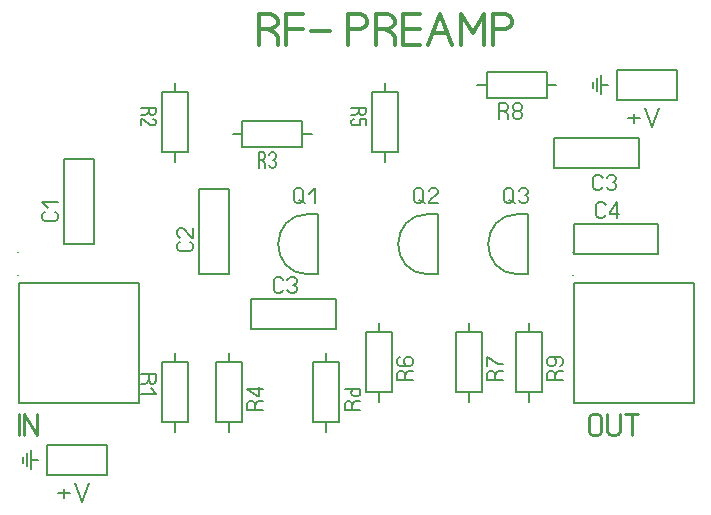
<source format=gbr>
%FSLAX34Y34*%
%MOMM*%
%LNSILK_TOP*%
G71*
G01*
%ADD10C,0.150*%
%ADD11C,0.167*%
%ADD12C,0.200*%
%ADD13C,0.170*%
%ADD14C,0.144*%
%ADD15C,0.333*%
%ADD16C,0.222*%
%LPD*%
G54D10*
X152775Y357171D02*
X130600Y357171D01*
X130600Y407871D01*
X152775Y407871D01*
X152775Y357171D01*
G54D10*
X141688Y356971D02*
X141688Y349071D01*
G54D10*
X141688Y407971D02*
X141687Y415871D01*
G54D11*
X119430Y391445D02*
X117763Y389445D01*
X116096Y388779D01*
X112763Y388779D01*
G54D11*
X112763Y394112D02*
X126096Y394112D01*
X126096Y390779D01*
X125263Y389445D01*
X123596Y388779D01*
X121930Y388779D01*
X120263Y389445D01*
X119430Y390779D01*
X119430Y394112D01*
G54D11*
X112763Y379779D02*
X112763Y385112D01*
X113596Y385112D01*
X115263Y384445D01*
X120263Y380445D01*
X121930Y379779D01*
X123596Y379779D01*
X125263Y380445D01*
X126096Y381779D01*
X126096Y383112D01*
X125263Y384445D01*
X123596Y385112D01*
G54D10*
X73469Y351190D02*
X48069Y351190D01*
X48069Y279590D01*
X73469Y279590D01*
X73469Y351190D01*
G54D11*
X40178Y306534D02*
X41844Y305534D01*
X42678Y303534D01*
X42678Y301534D01*
X41844Y299534D01*
X40178Y298534D01*
X31844Y298534D01*
X30178Y299534D01*
X29344Y301534D01*
X29344Y303534D01*
X30178Y305534D01*
X31844Y306534D01*
G54D11*
X34344Y310201D02*
X29344Y315201D01*
X42678Y315201D01*
G54D10*
X187769Y325790D02*
X162368Y325790D01*
X162369Y254190D01*
X187769Y254190D01*
X187769Y325790D01*
G54D11*
X154477Y281134D02*
X156144Y280134D01*
X156977Y278134D01*
X156977Y276134D01*
X156144Y274134D01*
X154477Y273134D01*
X146144Y273134D01*
X144477Y274134D01*
X143644Y276134D01*
X143644Y278134D01*
X144477Y280134D01*
X146144Y281134D01*
G54D11*
X156977Y292801D02*
X156977Y284801D01*
X156144Y284801D01*
X154477Y285801D01*
X149477Y291801D01*
X147810Y292801D01*
X146144Y292801D01*
X144477Y291801D01*
X143644Y289801D01*
X143644Y287801D01*
X144477Y285801D01*
X146144Y284801D01*
G54D10*
X152791Y128571D02*
X130616Y128571D01*
X130616Y179271D01*
X152791Y179271D01*
X152791Y128571D01*
G54D10*
X141704Y128371D02*
X141704Y120471D01*
G54D10*
X141704Y179371D02*
X141703Y187271D01*
G54D11*
X119445Y165046D02*
X117779Y162046D01*
X116112Y161046D01*
X112779Y161046D01*
G54D11*
X112779Y169046D02*
X126112Y169046D01*
X126112Y164046D01*
X125279Y162046D01*
X123612Y161046D01*
X121945Y161046D01*
X120279Y162046D01*
X119445Y164046D01*
X119445Y169046D01*
G54D11*
X121112Y157379D02*
X126112Y152379D01*
X112779Y152379D01*
G54D10*
X249570Y383535D02*
X249570Y361360D01*
X198870Y361360D01*
X198870Y383535D01*
X249570Y383535D01*
G54D10*
X249770Y372448D02*
X257670Y372448D01*
G54D10*
X198770Y372447D02*
X190870Y372447D01*
G54D11*
X215296Y350190D02*
X217296Y348523D01*
X217963Y346856D01*
X217963Y343523D01*
G54D11*
X212629Y343523D02*
X212629Y356856D01*
X215963Y356856D01*
X217296Y356023D01*
X217963Y354356D01*
X217963Y352690D01*
X217296Y351023D01*
X215963Y350190D01*
X212629Y350190D01*
G54D11*
X221629Y354356D02*
X222296Y356023D01*
X223629Y356856D01*
X224963Y356856D01*
X226296Y356023D01*
X226963Y354356D01*
X226963Y352690D01*
X226296Y351023D01*
X224963Y350190D01*
X226296Y349356D01*
X226963Y347690D01*
X226963Y346023D01*
X226296Y344356D01*
X224963Y343523D01*
X223629Y343523D01*
X222296Y344356D01*
X221629Y346023D01*
G54D10*
X176179Y179229D02*
X198354Y179229D01*
X198354Y128529D01*
X176179Y128529D01*
X176179Y179229D01*
G54D10*
X187266Y179429D02*
X187266Y187329D01*
G54D10*
X187266Y128429D02*
X187267Y120529D01*
G54D11*
X209525Y142787D02*
X211191Y145787D01*
X212858Y146787D01*
X216191Y146787D01*
G54D11*
X216191Y138787D02*
X202858Y138787D01*
X202858Y143787D01*
X203691Y145787D01*
X205358Y146787D01*
X207025Y146787D01*
X208691Y145787D01*
X209525Y143787D01*
X209525Y138787D01*
G54D11*
X216191Y156454D02*
X202858Y156454D01*
X211191Y150454D01*
X212858Y150454D01*
X212858Y158454D01*
G54D10*
X330574Y357170D02*
X308400Y357170D01*
X308400Y407870D01*
X330575Y407870D01*
X330574Y357170D01*
G54D10*
X319487Y356970D02*
X319487Y349070D01*
G54D10*
X319487Y407970D02*
X319487Y415870D01*
G54D11*
X297229Y391444D02*
X295563Y389444D01*
X293896Y388778D01*
X290563Y388778D01*
G54D11*
X290563Y394111D02*
X303896Y394111D01*
X303896Y390778D01*
X303063Y389444D01*
X301396Y388778D01*
X299729Y388778D01*
X298063Y389444D01*
X297229Y390778D01*
X297229Y394111D01*
G54D11*
X303896Y379778D02*
X303896Y385111D01*
X298063Y385111D01*
X298063Y384444D01*
X298896Y383111D01*
X298896Y381778D01*
X298063Y380444D01*
X296396Y379778D01*
X293063Y379778D01*
X291396Y380444D01*
X290563Y381778D01*
X290563Y383111D01*
X291396Y384444D01*
X293063Y385111D01*
G54D10*
X277956Y207138D02*
X277956Y232538D01*
X206356Y232538D01*
X206356Y207138D01*
X277956Y207138D01*
G54D11*
X233300Y240429D02*
X232300Y238763D01*
X230300Y237929D01*
X228300Y237929D01*
X226300Y238763D01*
X225300Y240429D01*
X225300Y248763D01*
X226300Y250429D01*
X228300Y251263D01*
X230300Y251263D01*
X232300Y250429D01*
X233300Y248763D01*
G54D11*
X236967Y248763D02*
X237967Y250429D01*
X239967Y251263D01*
X241967Y251263D01*
X243967Y250429D01*
X244967Y248763D01*
X244967Y247096D01*
X243967Y245429D01*
X241967Y244596D01*
X243967Y243763D01*
X244967Y242096D01*
X244967Y240429D01*
X243967Y238763D01*
X241967Y237929D01*
X239967Y237929D01*
X237967Y238763D01*
X236967Y240429D01*
G54D10*
X303179Y204629D02*
X325354Y204629D01*
X325354Y153929D01*
X303179Y153929D01*
X303179Y204629D01*
G54D10*
X314266Y204829D02*
X314266Y212729D01*
G54D10*
X314266Y153829D02*
X314266Y145929D01*
G54D11*
X336525Y168187D02*
X338191Y171187D01*
X339858Y172187D01*
X343191Y172187D01*
G54D11*
X343191Y164187D02*
X329858Y164187D01*
X329858Y169187D01*
X330691Y171187D01*
X332358Y172187D01*
X334025Y172187D01*
X335691Y171187D01*
X336525Y169187D01*
X336525Y164187D01*
G54D11*
X332358Y183854D02*
X330691Y182854D01*
X329858Y180854D01*
X329858Y178854D01*
X330691Y176854D01*
X332358Y175854D01*
X336525Y175854D01*
X337358Y175854D01*
X335691Y178854D01*
X335691Y180854D01*
X336525Y182854D01*
X338191Y183854D01*
X340691Y183854D01*
X342358Y182854D01*
X343191Y180854D01*
X343191Y178854D01*
X342358Y176854D01*
X340691Y175854D01*
X336525Y175854D01*
G54D10*
X379379Y204629D02*
X401554Y204629D01*
X401554Y153929D01*
X379379Y153929D01*
X379379Y204629D01*
G54D10*
X390466Y204829D02*
X390466Y212729D01*
G54D10*
X390466Y153829D02*
X390467Y145929D01*
G54D11*
X412725Y168187D02*
X414391Y171187D01*
X416058Y172187D01*
X419391Y172187D01*
G54D11*
X419391Y164187D02*
X406058Y164187D01*
X406058Y169187D01*
X406891Y171187D01*
X408558Y172187D01*
X410225Y172187D01*
X411891Y171187D01*
X412725Y169187D01*
X412725Y164187D01*
G54D11*
X406058Y175854D02*
X406058Y183854D01*
X407725Y182854D01*
X410225Y180854D01*
X413558Y178854D01*
X416058Y177854D01*
X419391Y177854D01*
G54D10*
X430179Y204629D02*
X452354Y204629D01*
X452354Y153929D01*
X430179Y153929D01*
X430179Y204629D01*
G54D10*
X441266Y204829D02*
X441266Y212729D01*
G54D10*
X441266Y153829D02*
X441267Y145929D01*
G54D11*
X463525Y168187D02*
X465191Y171187D01*
X466858Y172187D01*
X470191Y172187D01*
G54D11*
X470191Y164187D02*
X456858Y164187D01*
X456858Y169187D01*
X457691Y171187D01*
X459358Y172187D01*
X461025Y172187D01*
X462691Y171187D01*
X463525Y169187D01*
X463525Y164187D01*
G54D11*
X467691Y175854D02*
X469358Y176854D01*
X470191Y178854D01*
X470191Y180854D01*
X469358Y182854D01*
X467691Y183854D01*
X463525Y183854D01*
X462691Y183854D01*
X464358Y180854D01*
X464358Y178854D01*
X463525Y176854D01*
X461858Y175854D01*
X459358Y175854D01*
X457691Y176854D01*
X456858Y178854D01*
X456858Y180854D01*
X457691Y182854D01*
X459358Y183854D01*
X463525Y183854D01*
G54D10*
X551012Y270636D02*
X551012Y296036D01*
X479412Y296036D01*
X479412Y270636D01*
X551012Y270636D01*
G54D11*
X506388Y303928D02*
X505388Y302261D01*
X503388Y301428D01*
X501388Y301428D01*
X499388Y302261D01*
X498388Y303928D01*
X498388Y312261D01*
X499388Y313928D01*
X501388Y314761D01*
X503388Y314761D01*
X505388Y313928D01*
X506388Y312261D01*
G54D11*
X516055Y301428D02*
X516055Y314761D01*
X510055Y306428D01*
X510055Y304761D01*
X518055Y304761D01*
G54D10*
X456546Y425339D02*
X456546Y403164D01*
X405846Y403164D01*
X405846Y425339D01*
X456546Y425339D01*
G54D10*
X456746Y414252D02*
X464646Y414252D01*
G54D10*
X405746Y414252D02*
X397846Y414251D01*
G54D11*
X420104Y391993D02*
X423104Y390327D01*
X424104Y388660D01*
X424104Y385327D01*
G54D11*
X416104Y385327D02*
X416104Y398660D01*
X421104Y398660D01*
X423104Y397827D01*
X424104Y396160D01*
X424104Y394493D01*
X423104Y392827D01*
X421104Y391993D01*
X416104Y391993D01*
G54D11*
X432771Y391993D02*
X430771Y391993D01*
X428771Y392827D01*
X427771Y394493D01*
X427771Y396160D01*
X428771Y397827D01*
X430771Y398660D01*
X432771Y398660D01*
X434771Y397827D01*
X435771Y396160D01*
X435771Y394493D01*
X434771Y392827D01*
X432771Y391993D01*
X434771Y391160D01*
X435771Y389493D01*
X435771Y387827D01*
X434771Y386160D01*
X432771Y385327D01*
X430771Y385327D01*
X428771Y386160D01*
X427771Y387827D01*
X427771Y389493D01*
X428771Y391160D01*
X430771Y391993D01*
G54D12*
X525800Y385814D02*
X535400Y385814D01*
G54D12*
X530600Y389814D02*
X530600Y381814D01*
G54D12*
X539800Y394814D02*
X545800Y378814D01*
X551800Y394814D01*
G54D10*
X516004Y400988D02*
X516004Y426388D01*
X566804Y426388D01*
X566804Y400988D01*
X516004Y400988D01*
G54D12*
X508671Y414217D02*
X502320Y414217D01*
G54D12*
X502320Y406280D02*
X502321Y422155D01*
G54D12*
X499146Y419773D02*
X499146Y408661D01*
G54D12*
X495971Y411836D02*
X495971Y416598D01*
G54D12*
X43200Y68314D02*
X52800Y68314D01*
G54D12*
X48000Y72314D02*
X48000Y64314D01*
G54D12*
X57200Y77314D02*
X63200Y61314D01*
X69200Y77314D01*
G54D10*
X33404Y83488D02*
X33404Y108888D01*
X84204Y108888D01*
X84204Y83488D01*
X33404Y83488D01*
G54D12*
X26071Y96717D02*
X19720Y96717D01*
G54D12*
X19720Y88780D02*
X19721Y104655D01*
G54D12*
X16546Y102273D02*
X16546Y91161D01*
G54D12*
X13371Y94336D02*
X13371Y99098D01*
G54D10*
X254700Y304600D02*
X262700Y304600D01*
X262700Y253875D01*
X254700Y253875D01*
G54D10*
G75*
G01X254739Y304731D02*
G03X254739Y253731I0J-25500D01*
G01*
G54D11*
X246556Y316275D02*
X251556Y313775D01*
G54D11*
X250556Y324608D02*
X250556Y316275D01*
X249556Y314608D01*
X247556Y313775D01*
X245556Y313775D01*
X243556Y314608D01*
X242556Y316275D01*
X242556Y324608D01*
X243556Y326275D01*
X245556Y327108D01*
X247556Y327108D01*
X249556Y326275D01*
X250556Y324608D01*
G54D11*
X255223Y322108D02*
X260223Y327108D01*
X260223Y313775D01*
G54D10*
X356300Y304600D02*
X364300Y304600D01*
X364300Y253875D01*
X356300Y253875D01*
G54D10*
G75*
G01X356339Y304731D02*
G03X356339Y253731I0J-25500D01*
G01*
G54D13*
X348156Y316275D02*
X353156Y313775D01*
G54D13*
X352156Y324608D02*
X352156Y316275D01*
X351156Y314608D01*
X349156Y313775D01*
X347156Y313775D01*
X345156Y314608D01*
X344156Y316275D01*
X344156Y324608D01*
X345156Y326275D01*
X347156Y327108D01*
X349156Y327108D01*
X351156Y326275D01*
X352156Y324608D01*
G54D13*
X364856Y313775D02*
X356856Y313775D01*
X356856Y314608D01*
X357856Y316275D01*
X363856Y321275D01*
X364856Y322941D01*
X364856Y324608D01*
X363856Y326275D01*
X361856Y327108D01*
X359856Y327108D01*
X357856Y326275D01*
X356856Y324608D01*
G54D10*
X432500Y304600D02*
X440500Y304600D01*
X440500Y253875D01*
X432500Y253875D01*
G54D10*
G75*
G01X432539Y304731D02*
G03X432539Y253731I0J-25500D01*
G01*
G54D11*
X424372Y316275D02*
X429372Y313775D01*
G54D11*
X428372Y324608D02*
X428372Y316275D01*
X427372Y314608D01*
X425372Y313775D01*
X423372Y313775D01*
X421372Y314608D01*
X420372Y316275D01*
X420372Y324608D01*
X421372Y326275D01*
X423372Y327108D01*
X425372Y327108D01*
X427372Y326275D01*
X428372Y324608D01*
G54D11*
X433039Y324608D02*
X434039Y326275D01*
X436039Y327108D01*
X438039Y327108D01*
X440039Y326275D01*
X441039Y324608D01*
X441039Y322941D01*
X440039Y321275D01*
X438039Y320441D01*
X440039Y319608D01*
X441039Y317941D01*
X441039Y316275D01*
X440039Y314608D01*
X438039Y313775D01*
X436039Y313775D01*
X434039Y314608D01*
X433039Y316275D01*
G54D10*
X9500Y246100D02*
X111100Y246100D01*
X111100Y144500D01*
X9500Y144500D01*
X9500Y246100D01*
G54D14*
X8750Y272850D02*
X8750Y272850D01*
G54D14*
X8750Y253350D02*
X8750Y253350D01*
G54D10*
X479400Y246100D02*
X581000Y246100D01*
X581000Y144500D01*
X479400Y144500D01*
X479400Y246100D01*
G54D14*
X478650Y272850D02*
X478650Y272850D01*
G54D14*
X478650Y253350D02*
X478650Y253350D01*
G54D10*
X462810Y368943D02*
X462810Y343542D01*
X534411Y343543D01*
X534410Y368943D01*
X462810Y368943D01*
G54D11*
X503799Y327318D02*
X502799Y325651D01*
X500799Y324818D01*
X498799Y324818D01*
X496799Y325651D01*
X495799Y327318D01*
X495799Y335651D01*
X496799Y337318D01*
X498799Y338151D01*
X500799Y338151D01*
X502799Y337318D01*
X503799Y335651D01*
G54D11*
X507466Y335651D02*
X508466Y337318D01*
X510466Y338151D01*
X512466Y338151D01*
X514466Y337318D01*
X515466Y335651D01*
X515466Y333985D01*
X514466Y332318D01*
X512466Y331485D01*
X514466Y330651D01*
X515466Y328985D01*
X515466Y327318D01*
X514466Y325651D01*
X512466Y324818D01*
X510466Y324818D01*
X508466Y325651D01*
X507466Y327318D01*
G54D15*
X220700Y461033D02*
X226700Y457700D01*
X228700Y454367D01*
X228700Y447700D01*
G54D15*
X212700Y447700D02*
X212700Y474367D01*
X222700Y474367D01*
X226700Y472700D01*
X228700Y469367D01*
X228700Y466033D01*
X226700Y462700D01*
X222700Y461033D01*
X212700Y461033D01*
G54D15*
X236033Y447700D02*
X236033Y474367D01*
X250033Y474367D01*
G54D15*
X236033Y461033D02*
X250033Y461033D01*
G54D15*
X257366Y459367D02*
X273366Y459367D01*
G54D15*
X288432Y447700D02*
X288432Y474367D01*
X298432Y474367D01*
X302432Y472700D01*
X304432Y469367D01*
X304432Y466033D01*
X302432Y462700D01*
X298432Y461033D01*
X288432Y461033D01*
G54D15*
X319765Y461033D02*
X325765Y457700D01*
X327765Y454367D01*
X327765Y447700D01*
G54D15*
X311765Y447700D02*
X311765Y474367D01*
X321765Y474367D01*
X325765Y472700D01*
X327765Y469367D01*
X327765Y466033D01*
X325765Y462700D01*
X321765Y461033D01*
X311765Y461033D01*
G54D15*
X349098Y447700D02*
X335098Y447700D01*
X335098Y474367D01*
X349098Y474367D01*
G54D15*
X335098Y461033D02*
X349098Y461033D01*
G54D15*
X356431Y447700D02*
X366431Y474367D01*
X376431Y447700D01*
G54D15*
X360431Y457700D02*
X372431Y457700D01*
G54D15*
X383764Y447700D02*
X383764Y474367D01*
X393764Y457700D01*
X403764Y474367D01*
X403764Y447700D01*
G54D15*
X411097Y447700D02*
X411097Y474367D01*
X421097Y474367D01*
X425097Y472700D01*
X427097Y469367D01*
X427097Y466033D01*
X425097Y462700D01*
X421097Y461033D01*
X411097Y461033D01*
G54D16*
X9500Y117500D02*
X9500Y135278D01*
G54D16*
X14389Y117500D02*
X14389Y135278D01*
X25056Y117500D01*
X25056Y135278D01*
G54D16*
X502767Y131944D02*
X502767Y120833D01*
X501433Y118611D01*
X498767Y117500D01*
X496100Y117500D01*
X493433Y118611D01*
X492100Y120833D01*
X492100Y131944D01*
X493433Y134167D01*
X496100Y135278D01*
X498767Y135278D01*
X501433Y134167D01*
X502767Y131944D01*
G54D16*
X507656Y135278D02*
X507656Y120833D01*
X508989Y118611D01*
X511656Y117500D01*
X514323Y117500D01*
X516989Y118611D01*
X518323Y120833D01*
X518323Y135278D01*
G54D16*
X528545Y117500D02*
X528545Y135278D01*
G54D16*
X523212Y135278D02*
X533879Y135278D01*
G54D10*
X258729Y179229D02*
X280904Y179229D01*
X280904Y128529D01*
X258729Y128529D01*
X258729Y179229D01*
G54D10*
X269816Y179429D02*
X269816Y187329D01*
G54D10*
X269816Y128429D02*
X269817Y120529D01*
G54D11*
X292075Y142787D02*
X293741Y145787D01*
X295408Y146787D01*
X298741Y146787D01*
G54D11*
X298741Y138787D02*
X285408Y138787D01*
X285408Y143787D01*
X286241Y145787D01*
X287908Y146787D01*
X289575Y146787D01*
X291241Y145787D01*
X292075Y143787D01*
X292075Y138787D01*
G54D11*
X298741Y156454D02*
X285408Y156454D01*
G54D11*
X293408Y156454D02*
X291741Y155454D01*
X291241Y153454D01*
X291741Y151454D01*
X293408Y150454D01*
X296741Y150454D01*
X298408Y151454D01*
X298741Y153454D01*
X298408Y155454D01*
X296741Y156454D01*
M02*

</source>
